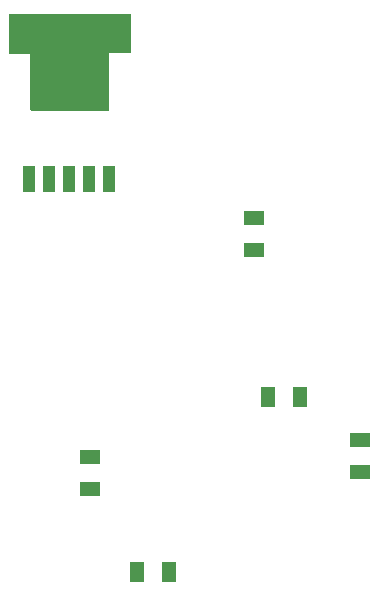
<source format=gbp>
%FSLAX44Y44*%
%MOMM*%
G71*
G01*
G75*
G04 Layer_Color=128*
%ADD10R,1.7780X1.1430*%
%ADD11R,1.1430X1.7780*%
%ADD12R,1.0700X2.1600*%
%ADD13C,1.2700*%
%ADD14C,0.6350*%
%ADD15C,0.5080*%
%ADD16C,1.5240*%
%ADD17C,2.5000*%
%ADD18C,1.8000*%
%ADD19C,2.4000*%
%ADD20O,2.0000X1.8000*%
%ADD21C,2.0000*%
%ADD22R,1.7000X2.0000*%
%ADD23O,1.7000X2.0000*%
%ADD24R,2.0000X1.8000*%
%ADD25C,3.0000*%
%ADD26R,1.8000X1.8000*%
%ADD27O,2.5000X3.0000*%
%ADD28C,6.0000*%
%ADD29C,0.1500*%
%ADD30C,0.2540*%
%ADD31C,0.2000*%
%ADD32R,1.9812X1.3462*%
%ADD33R,1.3462X1.9812*%
%ADD34R,1.2732X2.3632*%
%ADD35C,1.7272*%
%ADD36C,2.7032*%
%ADD37C,2.0032*%
%ADD38C,2.6032*%
%ADD39O,2.2032X2.0032*%
%ADD40C,2.2032*%
%ADD41R,1.9032X2.2032*%
%ADD42O,1.9032X2.2032*%
%ADD43R,2.2032X2.0032*%
%ADD44C,3.2032*%
%ADD45R,2.0032X2.0032*%
%ADD46O,2.7032X3.2032*%
%ADD47C,6.2032*%
G36*
X123190Y494030D02*
X104775D01*
Y445135D01*
X39370D01*
X38100Y446405D01*
Y493395D01*
X20320D01*
Y527050D01*
X123190D01*
Y494030D01*
D02*
G37*
D10*
X88900Y152400D02*
D03*
Y125222D02*
D03*
X317500Y139700D02*
D03*
Y166878D02*
D03*
X227330Y327660D02*
D03*
Y354838D02*
D03*
D11*
X128270Y54610D02*
D03*
X155448D02*
D03*
X266700Y203200D02*
D03*
X239522D02*
D03*
D12*
X105092Y387985D02*
D03*
X88092D02*
D03*
X71093D02*
D03*
X54092D02*
D03*
X37092D02*
D03*
M02*

</source>
